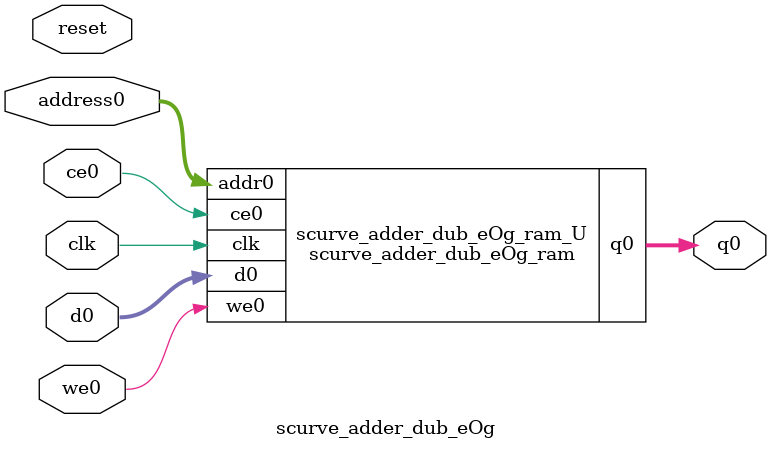
<source format=v>

`timescale 1 ns / 1 ps
module scurve_adder_dub_eOg_ram (addr0, ce0, d0, we0, q0,  clk);

parameter DWIDTH = 5;
parameter AWIDTH = 5;
parameter MEM_SIZE = 32;

input[AWIDTH-1:0] addr0;
input ce0;
input[DWIDTH-1:0] d0;
input we0;
output reg[DWIDTH-1:0] q0;
input clk;

(* ram_style = "distributed" *)reg [DWIDTH-1:0] ram[0:MEM_SIZE-1];




always @(posedge clk)  
begin 
    if (ce0) 
    begin
        if (we0) 
        begin 
            ram[addr0] <= d0; 
            q0 <= d0;
        end 
        else 
            q0 <= ram[addr0];
    end
end


endmodule


`timescale 1 ns / 1 ps
module scurve_adder_dub_eOg(
    reset,
    clk,
    address0,
    ce0,
    we0,
    d0,
    q0);

parameter DataWidth = 32'd5;
parameter AddressRange = 32'd32;
parameter AddressWidth = 32'd5;
input reset;
input clk;
input[AddressWidth - 1:0] address0;
input ce0;
input we0;
input[DataWidth - 1:0] d0;
output[DataWidth - 1:0] q0;



scurve_adder_dub_eOg_ram scurve_adder_dub_eOg_ram_U(
    .clk( clk ),
    .addr0( address0 ),
    .ce0( ce0 ),
    .d0( d0 ),
    .we0( we0 ),
    .q0( q0 ));

endmodule


</source>
